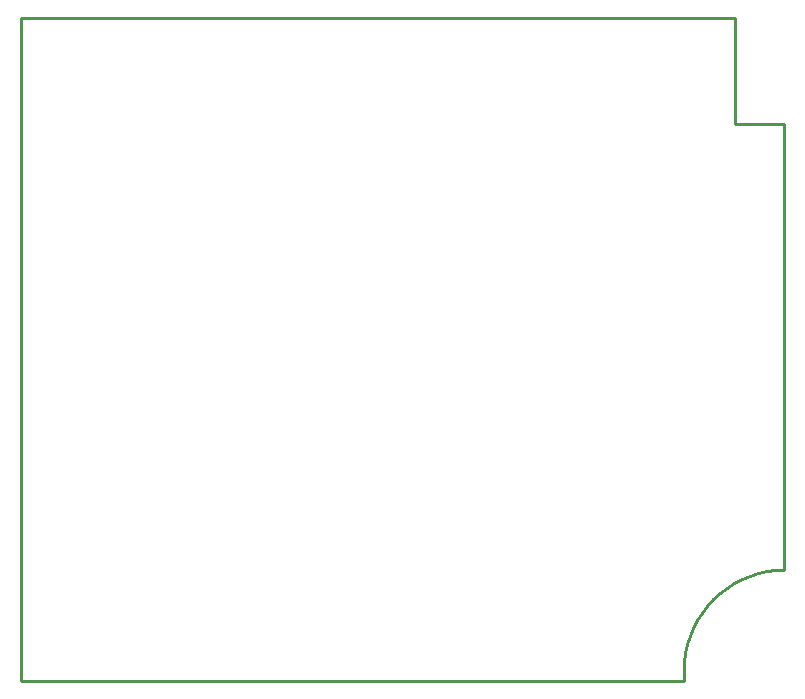
<source format=gbr>
G04 EAGLE Gerber RS-274X export*
G75*
%MOMM*%
%FSLAX34Y34*%
%LPD*%
%IN*%
%IPPOS*%
%AMOC8*
5,1,8,0,0,1.08239X$1,22.5*%
G01*
%ADD10C,0.254000*%


D10*
X50Y-40D02*
X561390Y-40D01*
X561390Y8850D01*
X561714Y16266D01*
X562683Y23626D01*
X564289Y30873D01*
X566522Y37953D01*
X569362Y44811D01*
X572790Y51395D01*
X576778Y57656D01*
X581297Y63545D01*
X586312Y69018D01*
X591785Y74033D01*
X597674Y78552D01*
X603935Y82540D01*
X610519Y85968D01*
X617378Y88808D01*
X624457Y91041D01*
X631704Y92647D01*
X639064Y93616D01*
X646480Y93940D01*
X646480Y471130D01*
X604570Y471130D01*
X604570Y561300D01*
X50Y561300D01*
X50Y-40D01*
M02*

</source>
